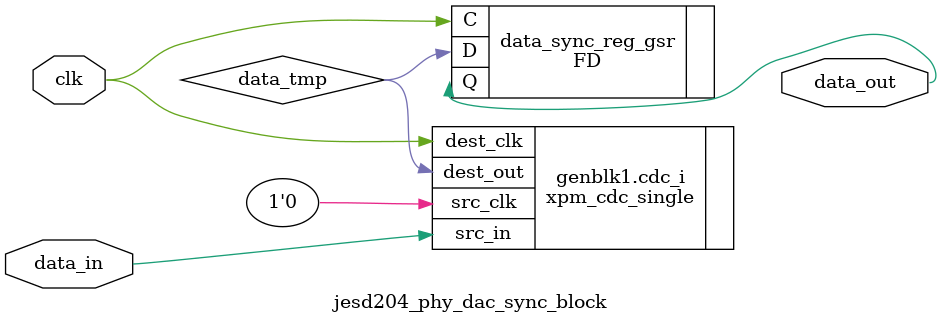
<source format=v>




`timescale 1ps / 1ps
`define USE_XPM_CDC

//(* dont_touch = "yes" *)
module jesd204_phy_dac_sync_block #(
  parameter INITIALISE = 1'b0,
  parameter TYPE = 1'b0   //Set to 1 only for reset synchronizer 
)
(
  input        clk,              // clock to be sync'ed to
  input        data_in,          // Data to be 'synced'
  output       data_out          // synced data
);

`ifdef USE_XPM_CDC
  wire data_tmp;
  generate
  if (TYPE == 0)
  begin  
    // Use the new Xilinx CDC libraries. 
    xpm_cdc_single #(
      .DEST_SYNC_FF  (4), // Number of registers in the destination clock domain to account for MTBF
      .SRC_INPUT_REG (0)  // Determines whether there is an input register in src_clk domain.  
                        // SRC_INPUT_REG = 0, input register is not present
    ) cdc_i  (
      .src_clk  (1'd0     ),	
      .dest_clk (clk      ),	
      .src_in   (data_in  ),
      .dest_out (data_tmp )
    );

  end
  else begin
    xpm_cdc_async_rst #(
      //Common module parameters
      .DEST_SYNC_FF    (5), // integer; range: 2-10
      .RST_ACTIVE_HIGH (1)  // integer; 0=active low reset, 1=active high reset
    ) xpm_cdc_async_rst_inst (
      .src_arst  (data_in),
      .dest_clk  (clk),
      .dest_arst (data_tmp)
    );  
  end
  endgenerate
  
  (* ASYNC_REG = "TRUE", SHREG_EXTRACT = "NO" *)
  FD #(
    .INIT (INITIALISE[0])
  ) data_sync_reg_gsr (
    .C  (clk     ),
    .D  (data_tmp),
    .Q  (data_out)
  );

`else
  // Internal Signals
  wire   data_sync0;
  wire   data_sync1;
  wire   data_sync2;
  wire   data_sync3;
  wire   data_sync4;


  (* ASYNC_REG = "TRUE", SHREG_EXTRACT = "NO" *)
  FD #(
    .INIT (INITIALISE[0])
  ) data_sync_reg0 (
    .C  (clk),
    .D  (data_in),
    .Q  (data_sync0)
  );

  (* ASYNC_REG = "TRUE", SHREG_EXTRACT = "NO" *)
  FD #(
   .INIT (INITIALISE[0])
  ) data_sync_reg1 (
  .C  (clk),
  .D  (data_sync0),
  .Q  (data_sync1)
  );

  (* ASYNC_REG = "TRUE", SHREG_EXTRACT = "NO" *)
  FD #(
   .INIT (INITIALISE[0])
  ) data_sync_reg2 (
  .C  (clk),
  .D  (data_sync1),
  .Q  (data_sync2)
  );

  (* ASYNC_REG = "TRUE", SHREG_EXTRACT = "NO" *)
  FD #(
   .INIT (INITIALISE[0])
  ) data_sync_reg3 (
  .C  (clk),
  .D  (data_sync2),
  .Q  (data_sync3)
  );

  (* ASYNC_REG = "TRUE", SHREG_EXTRACT = "NO" *)
  FD #(
   .INIT (INITIALISE[0])
  ) data_sync_reg4 (
  .C  (clk),
  .D  (data_sync3),
  .Q  (data_sync4)
  );

  assign data_out = data_sync4;
`endif

endmodule

</source>
